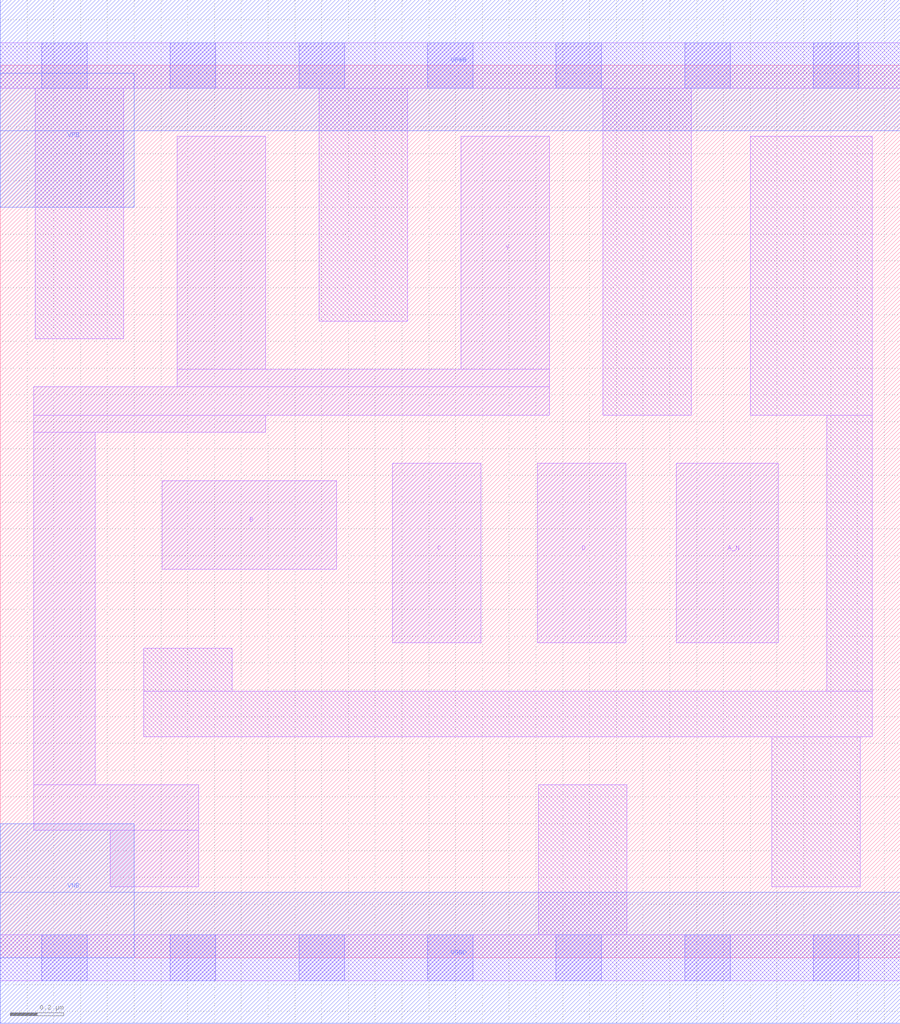
<source format=lef>
# Copyright 2020 The SkyWater PDK Authors
#
# Licensed under the Apache License, Version 2.0 (the "License");
# you may not use this file except in compliance with the License.
# You may obtain a copy of the License at
#
#     https://www.apache.org/licenses/LICENSE-2.0
#
# Unless required by applicable law or agreed to in writing, software
# distributed under the License is distributed on an "AS IS" BASIS,
# WITHOUT WARRANTIES OR CONDITIONS OF ANY KIND, either express or implied.
# See the License for the specific language governing permissions and
# limitations under the License.
#
# SPDX-License-Identifier: Apache-2.0

VERSION 5.5 ;
NAMESCASESENSITIVE ON ;
BUSBITCHARS "[]" ;
DIVIDERCHAR "/" ;
MACRO sky130_fd_sc_lp__nand4b_lp
  CLASS CORE ;
  SOURCE USER ;
  ORIGIN  0.000000  0.000000 ;
  SIZE  3.360000 BY  3.330000 ;
  SYMMETRY X Y R90 ;
  SITE unit ;
  PIN A_N
    ANTENNAGATEAREA  0.376000 ;
    DIRECTION INPUT ;
    USE SIGNAL ;
    PORT
      LAYER li1 ;
        RECT 2.525000 1.175000 2.905000 1.845000 ;
    END
  END A_N
  PIN B
    ANTENNAGATEAREA  0.313000 ;
    DIRECTION INPUT ;
    USE SIGNAL ;
    PORT
      LAYER li1 ;
        RECT 0.605000 1.450000 1.255000 1.780000 ;
    END
  END B
  PIN C
    ANTENNAGATEAREA  0.313000 ;
    DIRECTION INPUT ;
    USE SIGNAL ;
    PORT
      LAYER li1 ;
        RECT 1.465000 1.175000 1.795000 1.845000 ;
    END
  END C
  PIN D
    ANTENNAGATEAREA  0.313000 ;
    DIRECTION INPUT ;
    USE SIGNAL ;
    PORT
      LAYER li1 ;
        RECT 2.005000 1.175000 2.335000 1.845000 ;
    END
  END D
  PIN Y
    ANTENNADIFFAREA  0.679700 ;
    DIRECTION OUTPUT ;
    USE SIGNAL ;
    PORT
      LAYER li1 ;
        RECT 0.125000 0.475000 0.740000 0.645000 ;
        RECT 0.125000 0.645000 0.355000 1.960000 ;
        RECT 0.125000 1.960000 0.990000 2.025000 ;
        RECT 0.125000 2.025000 2.050000 2.130000 ;
        RECT 0.410000 0.265000 0.740000 0.475000 ;
        RECT 0.660000 2.130000 2.050000 2.195000 ;
        RECT 0.660000 2.195000 0.990000 3.065000 ;
        RECT 1.720000 2.195000 2.050000 3.065000 ;
    END
  END Y
  PIN VGND
    DIRECTION INOUT ;
    USE GROUND ;
    PORT
      LAYER met1 ;
        RECT 0.000000 -0.245000 3.360000 0.245000 ;
    END
  END VGND
  PIN VNB
    DIRECTION INOUT ;
    USE GROUND ;
    PORT
      LAYER met1 ;
        RECT 0.000000 0.000000 0.500000 0.500000 ;
    END
  END VNB
  PIN VPB
    DIRECTION INOUT ;
    USE POWER ;
    PORT
      LAYER met1 ;
        RECT 0.000000 2.800000 0.500000 3.300000 ;
    END
  END VPB
  PIN VPWR
    DIRECTION INOUT ;
    USE POWER ;
    PORT
      LAYER met1 ;
        RECT 0.000000 3.085000 3.360000 3.575000 ;
    END
  END VPWR
  OBS
    LAYER li1 ;
      RECT 0.000000 -0.085000 3.360000 0.085000 ;
      RECT 0.000000  3.245000 3.360000 3.415000 ;
      RECT 0.130000  2.310000 0.460000 3.245000 ;
      RECT 0.535000  0.825000 3.255000 0.995000 ;
      RECT 0.535000  0.995000 0.865000 1.155000 ;
      RECT 1.190000  2.375000 1.520000 3.245000 ;
      RECT 2.010000  0.085000 2.340000 0.645000 ;
      RECT 2.250000  2.025000 2.580000 3.245000 ;
      RECT 2.800000  2.025000 3.255000 3.065000 ;
      RECT 2.880000  0.265000 3.210000 0.825000 ;
      RECT 3.085000  0.995000 3.255000 2.025000 ;
    LAYER mcon ;
      RECT 0.155000 -0.085000 0.325000 0.085000 ;
      RECT 0.155000  3.245000 0.325000 3.415000 ;
      RECT 0.635000 -0.085000 0.805000 0.085000 ;
      RECT 0.635000  3.245000 0.805000 3.415000 ;
      RECT 1.115000 -0.085000 1.285000 0.085000 ;
      RECT 1.115000  3.245000 1.285000 3.415000 ;
      RECT 1.595000 -0.085000 1.765000 0.085000 ;
      RECT 1.595000  3.245000 1.765000 3.415000 ;
      RECT 2.075000 -0.085000 2.245000 0.085000 ;
      RECT 2.075000  3.245000 2.245000 3.415000 ;
      RECT 2.555000 -0.085000 2.725000 0.085000 ;
      RECT 2.555000  3.245000 2.725000 3.415000 ;
      RECT 3.035000 -0.085000 3.205000 0.085000 ;
      RECT 3.035000  3.245000 3.205000 3.415000 ;
  END
END sky130_fd_sc_lp__nand4b_lp

</source>
